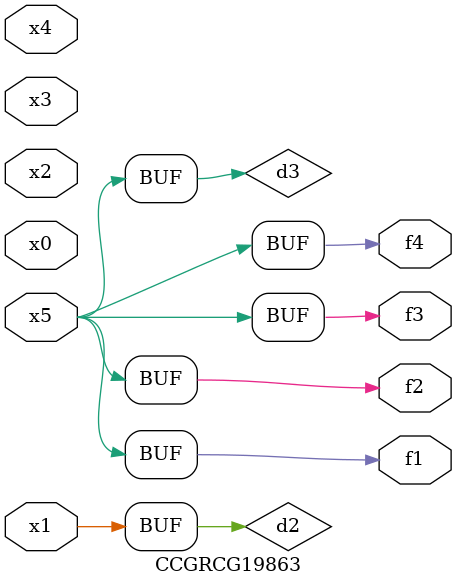
<source format=v>
module CCGRCG19863(
	input x0, x1, x2, x3, x4, x5,
	output f1, f2, f3, f4
);

	wire d1, d2, d3;

	not (d1, x5);
	or (d2, x1);
	xnor (d3, d1);
	assign f1 = d3;
	assign f2 = d3;
	assign f3 = d3;
	assign f4 = d3;
endmodule

</source>
